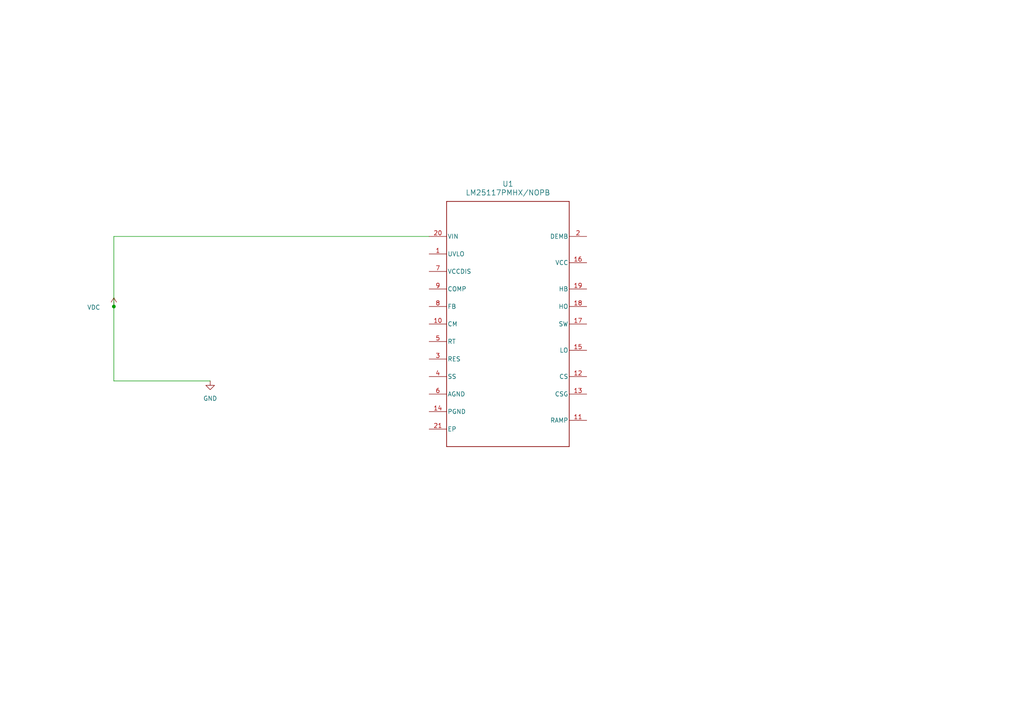
<source format=kicad_sch>
(kicad_sch (version 20231120) (generator "eeschema") (generator_version "8.0")
  (paper "A4")
  (lib_symbols
    (symbol "Lm25117:LM25117PMHX_NOPB" (pin_names (offset 0.254))
      (property "Reference" "U" (at 0 2.54 0))
      (property "Value" "LM25117PMHX/NOPB" (at 0 0 0))
      (symbol "LM25117PMHX_NOPB_0_1"
        (polyline (pts (xy -17.78 -35.56) (xy 17.78 -35.56)) (stroke (width 0.2032)))
        (polyline (pts (xy -17.78 35.56) (xy -17.78 -35.56)) (stroke (width 0.2032)))
        (polyline (pts (xy 17.78 -35.56) (xy 17.78 35.56)) (stroke (width 0.2032)))
        (polyline (pts (xy 17.78 35.56) (xy -17.78 35.56)) (stroke (width 0.2032)))
        (pin input line (at -22.86 20.32 0) (length 5.08) (name "UVLO") (number "1"))
        (pin output line (at -22.86 0 0) (length 5.08) (name "CM") (number "10"))
        (pin input line (at 22.86 -27.94 180) (length 5.08) (name "RAMP") (number "11"))
        (pin input line (at 22.86 -15.24 180) (length 5.08) (name "CS") (number "12"))
        (pin input line (at 22.86 -20.32 180) (length 5.08) (name "CSG") (number "13"))
        (pin power_in line (at -22.86 -25.4 0) (length 5.08) (name "PGND") (number "14"))
        (pin output line (at 22.86 -7.62 180) (length 5.08) (name "LO") (number "15"))
        (pin power_in line (at 22.86 17.78 180) (length 5.08) (name "VCC") (number "16"))
        (pin power_in line (at 22.86 0 180) (length 5.08) (name "SW") (number "17"))
        (pin output line (at 22.86 5.08 180) (length 5.08) (name "HO") (number "18"))
        (pin output line (at 22.86 10.16 180) (length 5.08) (name "HB") (number "19"))
        (pin unspecified line (at 22.86 25.4 180) (length 5.08) (name "DEMB") (number "2"))
        (pin power_in line (at -22.86 25.4 0) (length 5.08) (name "VIN") (number "20"))
        (pin unspecified line (at -22.86 -30.48 0) (length 5.08) (name "EP") (number "21"))
        (pin input line (at -22.86 -10.16 0) (length 5.08) (name "RES") (number "3"))
        (pin input line (at -22.86 -15.24 0) (length 5.08) (name "SS") (number "4"))
        (pin input line (at -22.86 -5.08 0) (length 5.08) (name "RT") (number "5"))
        (pin power_in line (at -22.86 -20.32 0) (length 5.08) (name "AGND") (number "6"))
        (pin unspecified line (at -22.86 15.24 0) (length 5.08) (name "VCCDIS") (number "7"))
        (pin input line (at -22.86 5.08 0) (length 5.08) (name "FB") (number "8"))
        (pin output line (at -22.86 10.16 0) (length 5.08) (name "COMP") (number "9"))
      )
    )
    (symbol "power:GND" (power) (pin_numbers hide) (pin_names (offset 0) hide)
      (property "Value" "GND" (at 0 -3.81 0))
      (symbol "GND_0_1"
        (polyline (pts (xy 0 0) (xy 0 -1.27) (xy 1.27 -1.27) (xy 0 -2.54) (xy -1.27 -1.27) (xy 0 -1.27)))
      )
      (symbol "GND_1_1"
        (pin power_in line (at 0 0 270) (length 0) (name "~") (number "1"))
      )
    )
    (symbol "power:VDC" (power) (pin_numbers hide) (pin_names (offset 0) hide)
      (property "Value" "VDC" (at 0 3.556 0))
      (symbol "VDC_0_1"
        (polyline (pts (xy -0.762 1.27) (xy 0 2.54)))
        (polyline (pts (xy 0 0) (xy 0 2.54)))
        (polyline (pts (xy 0 2.54) (xy 0.762 1.27)))
      )
      (symbol "VDC_1_1"
        (pin power_in line (at 0 0 90) (length 0) (name "~") (number "1"))
      )
    )
  )
  (junction (at 33.02 88.9))
  (wire (pts (xy 33.02 110.49) (xy 60.96 110.49)))
  (wire (pts (xy 33.02 110.49) (xy 33.02 88.9)))
  (wire (pts (xy 124.46 68.58) (xy 33.02 68.58)))
  (wire (pts (xy 33.02 68.58) (xy 33.02 88.9)))
  (symbol (lib_id "power:GND") (at 60.96 110.49 0) (unit 1)
    (property "Reference" "#PWR02" (effects (hide yes)))
    (property "Value" "GND" (at 60.96 115.57 0))
    (property "Description" "Power symbol creates a global label with name \"GND\" , ground" (effects (hide yes)))
  )
  (symbol (lib_id "Lm25117:LM25117PMHX_NOPB") (at 147.32 93.98 0) (unit 1)
    (property "Reference" "U1" (at 147.32 53.34 0) (effects (font (size 1.524 1.524))))
    (property "Value" "LM25117PMHX/NOPB" (at 147.32 55.88 0) (effects (font (size 1.524 1.524))))
    (property "Footprint" "PWP0020A_N" (effects (hide yes)))
    (property "Datasheet" "LM25117PMHX/NOPB" (effects (hide yes)))
  )
  (symbol (lib_id "power:VDC") (at 33.02 88.9 0) (unit 1)
    (property "Reference" "#PWR01" (effects (hide yes)))
    (property "Value" "VDC" (at 27.178 89.154 0))
    (property "Description" "Power symbol creates a global label with name \"VDC\"" (effects (hide yes)))
  )
)
</source>
